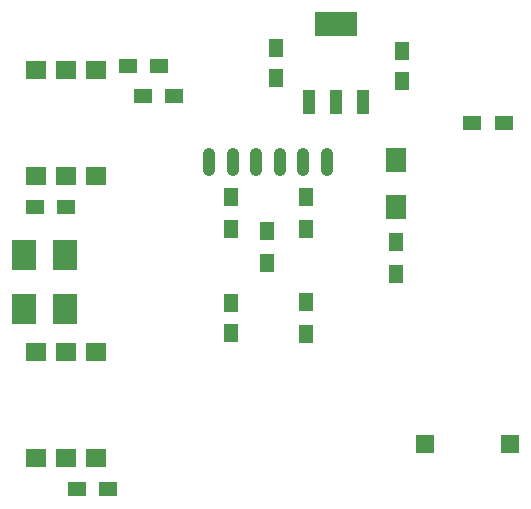
<source format=gbr>
G04 #@! TF.GenerationSoftware,KiCad,Pcbnew,5.0.2-bee76a0~70~ubuntu18.04.1*
G04 #@! TF.CreationDate,2019-09-27T11:35:02+02:00*
G04 #@! TF.ProjectId,Radiateur ESP,52616469-6174-4657-9572-204553502e6b,rev?*
G04 #@! TF.SameCoordinates,Original*
G04 #@! TF.FileFunction,Paste,Top*
G04 #@! TF.FilePolarity,Positive*
%FSLAX46Y46*%
G04 Gerber Fmt 4.6, Leading zero omitted, Abs format (unit mm)*
G04 Created by KiCad (PCBNEW 5.0.2-bee76a0~70~ubuntu18.04.1) date ven. 27 sept. 2019 11:35:02 CEST*
%MOMM*%
%LPD*%
G01*
G04 APERTURE LIST*
%ADD10R,1.500000X1.500000*%
%ADD11R,1.250000X1.500000*%
%ADD12R,1.500000X1.300000*%
%ADD13R,1.300000X1.500000*%
%ADD14R,3.657600X2.032000*%
%ADD15R,1.016000X2.032000*%
%ADD16O,1.100000X2.400000*%
%ADD17R,1.800000X1.500000*%
%ADD18R,2.000000X2.500000*%
%ADD19R,1.700000X2.000000*%
G04 APERTURE END LIST*
D10*
G04 #@! TO.C,SW1*
X157015180Y-114808000D03*
X149816820Y-114808000D03*
G04 #@! TD*
D11*
G04 #@! TO.C,C2*
X147828000Y-84054000D03*
X147828000Y-81554000D03*
G04 #@! TD*
G04 #@! TO.C,C3*
X137160000Y-81300000D03*
X137160000Y-83800000D03*
G04 #@! TD*
G04 #@! TO.C,C4*
X133350000Y-105390000D03*
X133350000Y-102890000D03*
G04 #@! TD*
D12*
G04 #@! TO.C,R1*
X156464000Y-87630000D03*
X153764000Y-87630000D03*
G04 #@! TD*
D13*
G04 #@! TO.C,R3*
X147320000Y-97710000D03*
X147320000Y-100410000D03*
G04 #@! TD*
G04 #@! TO.C,R4*
X139700000Y-96600000D03*
X139700000Y-93900000D03*
G04 #@! TD*
G04 #@! TO.C,R5*
X139700000Y-102790000D03*
X139700000Y-105490000D03*
G04 #@! TD*
G04 #@! TO.C,R6*
X136398000Y-96774000D03*
X136398000Y-99474000D03*
G04 #@! TD*
G04 #@! TO.C,R7*
X133350000Y-93900000D03*
X133350000Y-96600000D03*
G04 #@! TD*
D12*
G04 #@! TO.C,R8*
X120316000Y-118618000D03*
X123016000Y-118618000D03*
G04 #@! TD*
G04 #@! TO.C,R9*
X119460000Y-94742000D03*
X116760000Y-94742000D03*
G04 #@! TD*
D14*
G04 #@! TO.C,U3*
X142240000Y-79248000D03*
D15*
X142240000Y-85852000D03*
X144526000Y-85852000D03*
X139954000Y-85852000D03*
G04 #@! TD*
D16*
G04 #@! TO.C,U4*
X141520000Y-90930000D03*
X139520000Y-90930000D03*
X137520000Y-90930000D03*
X135520000Y-90930000D03*
X133520000Y-90930000D03*
X131520000Y-90930000D03*
G04 #@! TD*
D17*
G04 #@! TO.C,U5*
X116840000Y-107006000D03*
X119380000Y-107000040D03*
X121920000Y-107000040D03*
X121920000Y-116011960D03*
X119380000Y-116011960D03*
X116840000Y-116011960D03*
G04 #@! TD*
G04 #@! TO.C,U6*
X116840000Y-92135960D03*
X119380000Y-92135960D03*
X121920000Y-92135960D03*
X121920000Y-83124040D03*
X119380000Y-83124040D03*
X116840000Y-83130000D03*
G04 #@! TD*
D12*
G04 #@! TO.C,R10*
X124634000Y-82804000D03*
X127334000Y-82804000D03*
G04 #@! TD*
D18*
G04 #@! TO.C,D1*
X119302000Y-103378000D03*
X115902000Y-103378000D03*
G04 #@! TD*
G04 #@! TO.C,D2*
X119302000Y-98806000D03*
X115902000Y-98806000D03*
G04 #@! TD*
D12*
G04 #@! TO.C,D3*
X125904000Y-85344000D03*
X128604000Y-85344000D03*
G04 #@! TD*
D19*
G04 #@! TO.C,R2*
X147320000Y-94742000D03*
X147320000Y-90742000D03*
G04 #@! TD*
M02*

</source>
